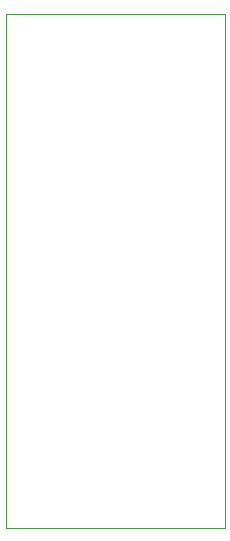
<source format=gbr>
%TF.GenerationSoftware,KiCad,Pcbnew,(6.0.8)*%
%TF.CreationDate,2022-12-14T23:26:50+01:00*%
%TF.ProjectId,rugged_nano,72756767-6564-45f6-9e61-6e6f2e6b6963,rev?*%
%TF.SameCoordinates,Original*%
%TF.FileFunction,Profile,NP*%
%FSLAX46Y46*%
G04 Gerber Fmt 4.6, Leading zero omitted, Abs format (unit mm)*
G04 Created by KiCad (PCBNEW (6.0.8)) date 2022-12-14 23:26:50*
%MOMM*%
%LPD*%
G01*
G04 APERTURE LIST*
%TA.AperFunction,Profile*%
%ADD10C,0.100000*%
%TD*%
G04 APERTURE END LIST*
D10*
X140370000Y-52560000D02*
X158870000Y-52560000D01*
X158870000Y-96060000D02*
X140370000Y-96060000D01*
X158870000Y-52560000D02*
X158870000Y-96060000D01*
X140370000Y-96060000D02*
X140370000Y-52560000D01*
M02*

</source>
